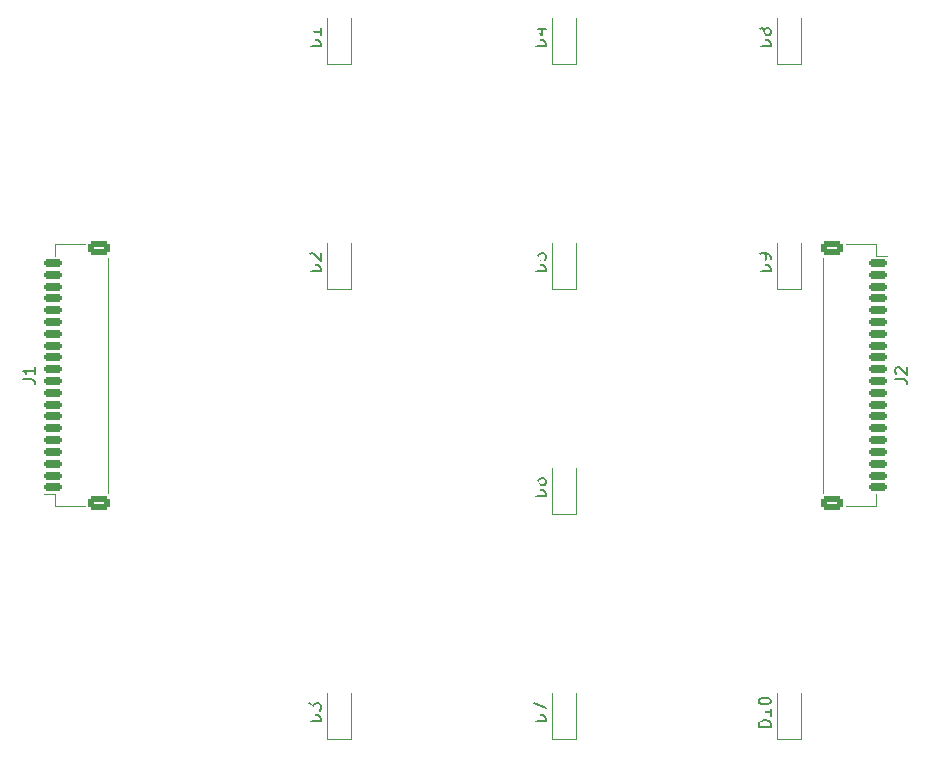
<source format=gto>
G04 #@! TF.GenerationSoftware,KiCad,Pcbnew,(6.0.9)*
G04 #@! TF.CreationDate,2022-12-29T20:25:29-06:00*
G04 #@! TF.ProjectId,Navigation Keys,4e617669-6761-4746-996f-6e204b657973,rev?*
G04 #@! TF.SameCoordinates,Original*
G04 #@! TF.FileFunction,Legend,Top*
G04 #@! TF.FilePolarity,Positive*
%FSLAX46Y46*%
G04 Gerber Fmt 4.6, Leading zero omitted, Abs format (unit mm)*
G04 Created by KiCad (PCBNEW (6.0.9)) date 2022-12-29 20:25:29*
%MOMM*%
%LPD*%
G01*
G04 APERTURE LIST*
G04 Aperture macros list*
%AMRoundRect*
0 Rectangle with rounded corners*
0 $1 Rounding radius*
0 $2 $3 $4 $5 $6 $7 $8 $9 X,Y pos of 4 corners*
0 Add a 4 corners polygon primitive as box body*
4,1,4,$2,$3,$4,$5,$6,$7,$8,$9,$2,$3,0*
0 Add four circle primitives for the rounded corners*
1,1,$1+$1,$2,$3*
1,1,$1+$1,$4,$5*
1,1,$1+$1,$6,$7*
1,1,$1+$1,$8,$9*
0 Add four rect primitives between the rounded corners*
20,1,$1+$1,$2,$3,$4,$5,0*
20,1,$1+$1,$4,$5,$6,$7,0*
20,1,$1+$1,$6,$7,$8,$9,0*
20,1,$1+$1,$8,$9,$2,$3,0*%
G04 Aperture macros list end*
%ADD10C,0.150000*%
%ADD11C,0.120000*%
%ADD12R,1.200000X0.900000*%
%ADD13RoundRect,0.150000X0.625000X-0.150000X0.625000X0.150000X-0.625000X0.150000X-0.625000X-0.150000X0*%
%ADD14RoundRect,0.250000X0.650000X-0.350000X0.650000X0.350000X-0.650000X0.350000X-0.650000X-0.350000X0*%
%ADD15C,3.987800*%
%ADD16C,1.750000*%
%ADD17RoundRect,0.150000X-0.625000X0.150000X-0.625000X-0.150000X0.625000X-0.150000X0.625000X0.150000X0*%
%ADD18RoundRect,0.250000X-0.650000X0.350000X-0.650000X-0.350000X0.650000X-0.350000X0.650000X0.350000X0*%
G04 APERTURE END LIST*
D10*
X159583630Y-90431845D02*
X158583630Y-90431845D01*
X158583630Y-90193750D01*
X158631250Y-90050892D01*
X158726488Y-89955654D01*
X158821726Y-89908035D01*
X159012202Y-89860416D01*
X159155059Y-89860416D01*
X159345535Y-89908035D01*
X159440773Y-89955654D01*
X159536011Y-90050892D01*
X159583630Y-90193750D01*
X159583630Y-90431845D01*
X158678869Y-89479464D02*
X158631250Y-89431845D01*
X158583630Y-89336607D01*
X158583630Y-89098511D01*
X158631250Y-89003273D01*
X158678869Y-88955654D01*
X158774107Y-88908035D01*
X158869345Y-88908035D01*
X159012202Y-88955654D01*
X159583630Y-89527083D01*
X159583630Y-88908035D01*
X134378630Y-99552083D02*
X135092916Y-99552083D01*
X135235773Y-99599702D01*
X135331011Y-99694940D01*
X135378630Y-99837797D01*
X135378630Y-99933035D01*
X135378630Y-98552083D02*
X135378630Y-99123511D01*
X135378630Y-98837797D02*
X134378630Y-98837797D01*
X134521488Y-98933035D01*
X134616726Y-99028273D01*
X134664345Y-99123511D01*
X159583630Y-71381845D02*
X158583630Y-71381845D01*
X158583630Y-71143750D01*
X158631250Y-71000892D01*
X158726488Y-70905654D01*
X158821726Y-70858035D01*
X159012202Y-70810416D01*
X159155059Y-70810416D01*
X159345535Y-70858035D01*
X159440773Y-70905654D01*
X159536011Y-71000892D01*
X159583630Y-71143750D01*
X159583630Y-71381845D01*
X159583630Y-69858035D02*
X159583630Y-70429464D01*
X159583630Y-70143750D02*
X158583630Y-70143750D01*
X158726488Y-70238988D01*
X158821726Y-70334226D01*
X158869345Y-70429464D01*
X159583630Y-128531845D02*
X158583630Y-128531845D01*
X158583630Y-128293750D01*
X158631250Y-128150892D01*
X158726488Y-128055654D01*
X158821726Y-128008035D01*
X159012202Y-127960416D01*
X159155059Y-127960416D01*
X159345535Y-128008035D01*
X159440773Y-128055654D01*
X159536011Y-128150892D01*
X159583630Y-128293750D01*
X159583630Y-128531845D01*
X158583630Y-127627083D02*
X158583630Y-127008035D01*
X158964583Y-127341369D01*
X158964583Y-127198511D01*
X159012202Y-127103273D01*
X159059821Y-127055654D01*
X159155059Y-127008035D01*
X159393154Y-127008035D01*
X159488392Y-127055654D01*
X159536011Y-127103273D01*
X159583630Y-127198511D01*
X159583630Y-127484226D01*
X159536011Y-127579464D01*
X159488392Y-127627083D01*
X178633630Y-71381845D02*
X177633630Y-71381845D01*
X177633630Y-71143750D01*
X177681250Y-71000892D01*
X177776488Y-70905654D01*
X177871726Y-70858035D01*
X178062202Y-70810416D01*
X178205059Y-70810416D01*
X178395535Y-70858035D01*
X178490773Y-70905654D01*
X178586011Y-71000892D01*
X178633630Y-71143750D01*
X178633630Y-71381845D01*
X177966964Y-69953273D02*
X178633630Y-69953273D01*
X177586011Y-70191369D02*
X178300297Y-70429464D01*
X178300297Y-69810416D01*
X197683630Y-129008035D02*
X196683630Y-129008035D01*
X196683630Y-128769940D01*
X196731250Y-128627083D01*
X196826488Y-128531845D01*
X196921726Y-128484226D01*
X197112202Y-128436607D01*
X197255059Y-128436607D01*
X197445535Y-128484226D01*
X197540773Y-128531845D01*
X197636011Y-128627083D01*
X197683630Y-128769940D01*
X197683630Y-129008035D01*
X197683630Y-127484226D02*
X197683630Y-128055654D01*
X197683630Y-127769940D02*
X196683630Y-127769940D01*
X196826488Y-127865178D01*
X196921726Y-127960416D01*
X196969345Y-128055654D01*
X196683630Y-126865178D02*
X196683630Y-126769940D01*
X196731250Y-126674702D01*
X196778869Y-126627083D01*
X196874107Y-126579464D01*
X197064583Y-126531845D01*
X197302678Y-126531845D01*
X197493154Y-126579464D01*
X197588392Y-126627083D01*
X197636011Y-126674702D01*
X197683630Y-126769940D01*
X197683630Y-126865178D01*
X197636011Y-126960416D01*
X197588392Y-127008035D01*
X197493154Y-127055654D01*
X197302678Y-127103273D01*
X197064583Y-127103273D01*
X196874107Y-127055654D01*
X196778869Y-127008035D01*
X196731250Y-126960416D01*
X196683630Y-126865178D01*
X178633630Y-90431845D02*
X177633630Y-90431845D01*
X177633630Y-90193750D01*
X177681250Y-90050892D01*
X177776488Y-89955654D01*
X177871726Y-89908035D01*
X178062202Y-89860416D01*
X178205059Y-89860416D01*
X178395535Y-89908035D01*
X178490773Y-89955654D01*
X178586011Y-90050892D01*
X178633630Y-90193750D01*
X178633630Y-90431845D01*
X177633630Y-88955654D02*
X177633630Y-89431845D01*
X178109821Y-89479464D01*
X178062202Y-89431845D01*
X178014583Y-89336607D01*
X178014583Y-89098511D01*
X178062202Y-89003273D01*
X178109821Y-88955654D01*
X178205059Y-88908035D01*
X178443154Y-88908035D01*
X178538392Y-88955654D01*
X178586011Y-89003273D01*
X178633630Y-89098511D01*
X178633630Y-89336607D01*
X178586011Y-89431845D01*
X178538392Y-89479464D01*
X178633630Y-109481845D02*
X177633630Y-109481845D01*
X177633630Y-109243750D01*
X177681250Y-109100892D01*
X177776488Y-109005654D01*
X177871726Y-108958035D01*
X178062202Y-108910416D01*
X178205059Y-108910416D01*
X178395535Y-108958035D01*
X178490773Y-109005654D01*
X178586011Y-109100892D01*
X178633630Y-109243750D01*
X178633630Y-109481845D01*
X177633630Y-108053273D02*
X177633630Y-108243750D01*
X177681250Y-108338988D01*
X177728869Y-108386607D01*
X177871726Y-108481845D01*
X178062202Y-108529464D01*
X178443154Y-108529464D01*
X178538392Y-108481845D01*
X178586011Y-108434226D01*
X178633630Y-108338988D01*
X178633630Y-108148511D01*
X178586011Y-108053273D01*
X178538392Y-108005654D01*
X178443154Y-107958035D01*
X178205059Y-107958035D01*
X178109821Y-108005654D01*
X178062202Y-108053273D01*
X178014583Y-108148511D01*
X178014583Y-108338988D01*
X178062202Y-108434226D01*
X178109821Y-108481845D01*
X178205059Y-108529464D01*
X178633630Y-128531845D02*
X177633630Y-128531845D01*
X177633630Y-128293750D01*
X177681250Y-128150892D01*
X177776488Y-128055654D01*
X177871726Y-128008035D01*
X178062202Y-127960416D01*
X178205059Y-127960416D01*
X178395535Y-128008035D01*
X178490773Y-128055654D01*
X178586011Y-128150892D01*
X178633630Y-128293750D01*
X178633630Y-128531845D01*
X177633630Y-127627083D02*
X177633630Y-126960416D01*
X178633630Y-127388988D01*
X197683630Y-90431845D02*
X196683630Y-90431845D01*
X196683630Y-90193750D01*
X196731250Y-90050892D01*
X196826488Y-89955654D01*
X196921726Y-89908035D01*
X197112202Y-89860416D01*
X197255059Y-89860416D01*
X197445535Y-89908035D01*
X197540773Y-89955654D01*
X197636011Y-90050892D01*
X197683630Y-90193750D01*
X197683630Y-90431845D01*
X197683630Y-89384226D02*
X197683630Y-89193750D01*
X197636011Y-89098511D01*
X197588392Y-89050892D01*
X197445535Y-88955654D01*
X197255059Y-88908035D01*
X196874107Y-88908035D01*
X196778869Y-88955654D01*
X196731250Y-89003273D01*
X196683630Y-89098511D01*
X196683630Y-89288988D01*
X196731250Y-89384226D01*
X196778869Y-89431845D01*
X196874107Y-89479464D01*
X197112202Y-89479464D01*
X197207440Y-89431845D01*
X197255059Y-89384226D01*
X197302678Y-89288988D01*
X197302678Y-89098511D01*
X197255059Y-89003273D01*
X197207440Y-88955654D01*
X197112202Y-88908035D01*
X197683630Y-71381845D02*
X196683630Y-71381845D01*
X196683630Y-71143750D01*
X196731250Y-71000892D01*
X196826488Y-70905654D01*
X196921726Y-70858035D01*
X197112202Y-70810416D01*
X197255059Y-70810416D01*
X197445535Y-70858035D01*
X197540773Y-70905654D01*
X197636011Y-71000892D01*
X197683630Y-71143750D01*
X197683630Y-71381845D01*
X197112202Y-70238988D02*
X197064583Y-70334226D01*
X197016964Y-70381845D01*
X196921726Y-70429464D01*
X196874107Y-70429464D01*
X196778869Y-70381845D01*
X196731250Y-70334226D01*
X196683630Y-70238988D01*
X196683630Y-70048511D01*
X196731250Y-69953273D01*
X196778869Y-69905654D01*
X196874107Y-69858035D01*
X196921726Y-69858035D01*
X197016964Y-69905654D01*
X197064583Y-69953273D01*
X197112202Y-70048511D01*
X197112202Y-70238988D01*
X197159821Y-70334226D01*
X197207440Y-70381845D01*
X197302678Y-70429464D01*
X197493154Y-70429464D01*
X197588392Y-70381845D01*
X197636011Y-70334226D01*
X197683630Y-70238988D01*
X197683630Y-70048511D01*
X197636011Y-69953273D01*
X197588392Y-69905654D01*
X197493154Y-69858035D01*
X197302678Y-69858035D01*
X197207440Y-69905654D01*
X197159821Y-69953273D01*
X197112202Y-70048511D01*
X208219880Y-99552083D02*
X208934166Y-99552083D01*
X209077023Y-99599702D01*
X209172261Y-99694940D01*
X209219880Y-99837797D01*
X209219880Y-99933035D01*
X208315119Y-99123511D02*
X208267500Y-99075892D01*
X208219880Y-98980654D01*
X208219880Y-98742559D01*
X208267500Y-98647321D01*
X208315119Y-98599702D01*
X208410357Y-98552083D01*
X208505595Y-98552083D01*
X208648452Y-98599702D01*
X209219880Y-99171130D01*
X209219880Y-98552083D01*
D11*
X160131250Y-91943750D02*
X162131250Y-91943750D01*
X160131250Y-91943750D02*
X160131250Y-88043750D01*
X162131250Y-91943750D02*
X162131250Y-88043750D01*
X137121250Y-110328750D02*
X137121250Y-109278750D01*
X139621250Y-88108750D02*
X137121250Y-88108750D01*
X137121250Y-88108750D02*
X137121250Y-89158750D01*
X141591250Y-109158750D02*
X141591250Y-89278750D01*
X139621250Y-110328750D02*
X137121250Y-110328750D01*
X137121250Y-109278750D02*
X136131250Y-109278750D01*
X162131250Y-72893750D02*
X162131250Y-68993750D01*
X160131250Y-72893750D02*
X160131250Y-68993750D01*
X160131250Y-72893750D02*
X162131250Y-72893750D01*
X160131250Y-130043750D02*
X160131250Y-126143750D01*
X160131250Y-130043750D02*
X162131250Y-130043750D01*
X162131250Y-130043750D02*
X162131250Y-126143750D01*
X181181250Y-72893750D02*
X181181250Y-68993750D01*
X179181250Y-72893750D02*
X181181250Y-72893750D01*
X179181250Y-72893750D02*
X179181250Y-68993750D01*
X198231250Y-130043750D02*
X198231250Y-126143750D01*
X198231250Y-130043750D02*
X200231250Y-130043750D01*
X200231250Y-130043750D02*
X200231250Y-126143750D01*
X179181250Y-91943750D02*
X181181250Y-91943750D01*
X179181250Y-91943750D02*
X179181250Y-88043750D01*
X181181250Y-91943750D02*
X181181250Y-88043750D01*
X179181250Y-110993750D02*
X181181250Y-110993750D01*
X179181250Y-110993750D02*
X179181250Y-107093750D01*
X181181250Y-110993750D02*
X181181250Y-107093750D01*
X179181250Y-130043750D02*
X179181250Y-126143750D01*
X179181250Y-130043750D02*
X181181250Y-130043750D01*
X181181250Y-130043750D02*
X181181250Y-126143750D01*
X198231250Y-91943750D02*
X198231250Y-88043750D01*
X200231250Y-91943750D02*
X200231250Y-88043750D01*
X198231250Y-91943750D02*
X200231250Y-91943750D01*
X200231250Y-72893750D02*
X200231250Y-68993750D01*
X198231250Y-72893750D02*
X200231250Y-72893750D01*
X198231250Y-72893750D02*
X198231250Y-68993750D01*
X206572500Y-88108750D02*
X206572500Y-89158750D01*
X204072500Y-110328750D02*
X206572500Y-110328750D01*
X202102500Y-89278750D02*
X202102500Y-109158750D01*
X204072500Y-88108750D02*
X206572500Y-88108750D01*
X206572500Y-89158750D02*
X207562500Y-89158750D01*
X206572500Y-110328750D02*
X206572500Y-109278750D01*
%LPC*%
D12*
X161131250Y-91343750D03*
X161131250Y-88043750D03*
D13*
X136906250Y-108718750D03*
X136906250Y-107718750D03*
X136906250Y-106718750D03*
X136906250Y-105718750D03*
X136906250Y-104718750D03*
X136906250Y-103718750D03*
X136906250Y-102718750D03*
X136906250Y-101718750D03*
X136906250Y-100718750D03*
X136906250Y-99718750D03*
X136906250Y-98718750D03*
X136906250Y-97718750D03*
X136906250Y-96718750D03*
X136906250Y-95718750D03*
X136906250Y-94718750D03*
X136906250Y-93718750D03*
X136906250Y-92718750D03*
X136906250Y-91718750D03*
X136906250Y-90718750D03*
X136906250Y-89718750D03*
D14*
X140781250Y-88418750D03*
X140781250Y-110018750D03*
D12*
X161131250Y-72293750D03*
X161131250Y-68993750D03*
X161131250Y-129443750D03*
X161131250Y-126143750D03*
D15*
X191293750Y-127793750D03*
D16*
X196373750Y-127793750D03*
X186213750Y-127793750D03*
D12*
X180181250Y-72293750D03*
X180181250Y-68993750D03*
D16*
X148113750Y-70643750D03*
D15*
X153193750Y-70643750D03*
D16*
X158273750Y-70643750D03*
D15*
X191293750Y-70643750D03*
D16*
X186213750Y-70643750D03*
X196373750Y-70643750D03*
D12*
X199231250Y-129443750D03*
X199231250Y-126143750D03*
X180181250Y-91343750D03*
X180181250Y-88043750D03*
D16*
X177323750Y-70643750D03*
D15*
X172243750Y-70643750D03*
D16*
X167163750Y-70643750D03*
D15*
X153193750Y-127793750D03*
D16*
X158273750Y-127793750D03*
X148113750Y-127793750D03*
D15*
X153193750Y-89693750D03*
D16*
X158273750Y-89693750D03*
X148113750Y-89693750D03*
D12*
X180181250Y-110393750D03*
X180181250Y-107093750D03*
D15*
X172243750Y-89693750D03*
D16*
X177323750Y-89693750D03*
X167163750Y-89693750D03*
D15*
X191293750Y-89693750D03*
D16*
X196373750Y-89693750D03*
X186213750Y-89693750D03*
X167163750Y-108743750D03*
D15*
X172243750Y-108743750D03*
D16*
X177323750Y-108743750D03*
D12*
X180181250Y-129443750D03*
X180181250Y-126143750D03*
X199231250Y-91343750D03*
X199231250Y-88043750D03*
X199231250Y-72293750D03*
X199231250Y-68993750D03*
D17*
X206787500Y-89718750D03*
X206787500Y-90718750D03*
X206787500Y-91718750D03*
X206787500Y-92718750D03*
X206787500Y-93718750D03*
X206787500Y-94718750D03*
X206787500Y-95718750D03*
X206787500Y-96718750D03*
X206787500Y-97718750D03*
X206787500Y-98718750D03*
X206787500Y-99718750D03*
X206787500Y-100718750D03*
X206787500Y-101718750D03*
X206787500Y-102718750D03*
X206787500Y-103718750D03*
X206787500Y-104718750D03*
X206787500Y-105718750D03*
X206787500Y-106718750D03*
X206787500Y-107718750D03*
X206787500Y-108718750D03*
D18*
X202912500Y-110018750D03*
X202912500Y-88418750D03*
D15*
X172243750Y-127793750D03*
D16*
X167163750Y-127793750D03*
X177323750Y-127793750D03*
M02*

</source>
